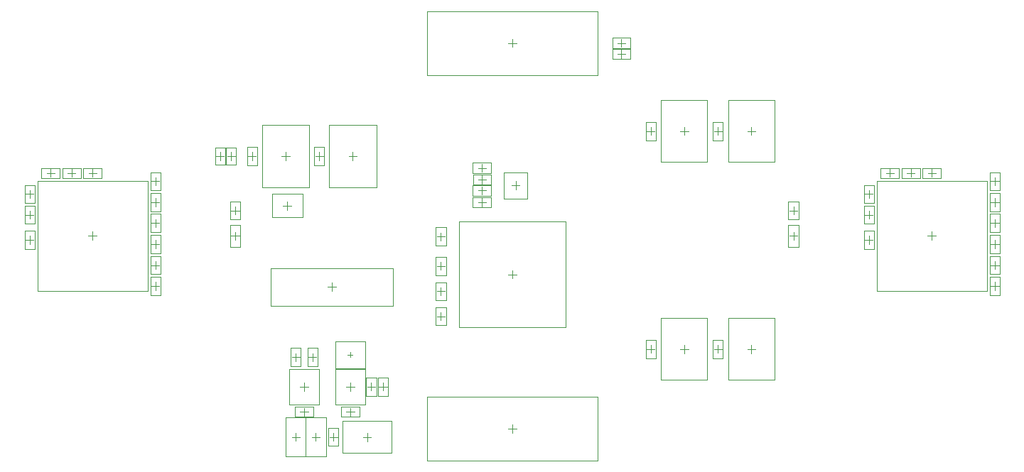
<source format=gbr>
G04 Layer_Color=32768*
%FSLAX44Y44*%
%MOMM*%
G71*
G01*
G75*
%ADD83C,0.1000*%
%ADD85C,0.0500*%
D83*
X775000Y140250D02*
Y149750D01*
X770250Y145000D02*
X779750D01*
X855000Y140250D02*
Y149750D01*
X850250Y145000D02*
X859750D01*
X855000Y400250D02*
Y409750D01*
X850250Y405000D02*
X859750D01*
X775000Y400250D02*
Y409750D01*
X770250Y405000D02*
X779750D01*
X1180250Y220000D02*
X1189750D01*
X1185000Y215250D02*
Y224750D01*
X1085000Y350250D02*
Y359750D01*
X1080250Y355000D02*
X1089750D01*
X1030250Y275000D02*
X1039750D01*
X1035000Y270250D02*
Y279750D01*
X1060000Y350250D02*
Y359750D01*
X1055250Y355000D02*
X1064750D01*
X1110000Y350250D02*
Y359750D01*
X1105250Y355000D02*
X1114750D01*
X1180250Y320000D02*
X1189750D01*
X1185000Y315250D02*
Y324750D01*
X1180250Y295000D02*
X1189750D01*
X1185000Y290250D02*
Y299750D01*
X1180250Y270000D02*
X1189750D01*
X1185000Y265250D02*
Y274750D01*
X180250Y220000D02*
X189750D01*
X185000Y215250D02*
Y224750D01*
X85000Y350250D02*
Y359750D01*
X80250Y355000D02*
X89750D01*
X30250Y275000D02*
X39750D01*
X35000Y270250D02*
Y279750D01*
X60000Y350250D02*
Y359750D01*
X55250Y355000D02*
X64750D01*
X110000Y350250D02*
Y359750D01*
X105250Y355000D02*
X114750D01*
X180250Y320000D02*
X189750D01*
X185000Y315250D02*
Y324750D01*
X180250Y295000D02*
X189750D01*
X185000Y290250D02*
Y299750D01*
X180250Y270000D02*
X189750D01*
X185000Y265250D02*
Y274750D01*
X574000Y356250D02*
Y365750D01*
X569250Y361000D02*
X578750D01*
X574000Y315250D02*
Y324750D01*
X569250Y320000D02*
X578750D01*
X574000Y329250D02*
Y338750D01*
X569250Y334000D02*
X578750D01*
X520250Y279000D02*
X529750D01*
X525000Y274250D02*
Y283750D01*
X520250Y244000D02*
X529750D01*
X525000Y239250D02*
Y248750D01*
X375250Y375000D02*
X384750D01*
X380000Y370250D02*
Y379750D01*
X295250Y375000D02*
X304750D01*
X300000Y370250D02*
Y379750D01*
X280000Y275250D02*
Y284750D01*
X275250Y280000D02*
X284750D01*
X945000Y275250D02*
Y284750D01*
X940250Y280000D02*
X949750D01*
X1180250Y345000D02*
X1189750D01*
X1185000Y340250D02*
Y349750D01*
X180250Y345000D02*
X189750D01*
X185000Y340250D02*
Y349750D01*
X574000Y342250D02*
Y351750D01*
X569250Y347000D02*
X578750D01*
X1030250Y330000D02*
X1039750D01*
X1035000Y325250D02*
Y334750D01*
X1030250Y305000D02*
X1039750D01*
X1035000Y300250D02*
Y309750D01*
X1180250Y245000D02*
X1189750D01*
X1185000Y240250D02*
Y249750D01*
X30250Y330000D02*
X39750D01*
X35000Y325250D02*
Y334750D01*
X30250Y305000D02*
X39750D01*
X35000Y300250D02*
Y309750D01*
X180250Y245000D02*
X189750D01*
X185000Y240250D02*
Y249750D01*
X520250Y214000D02*
X529750D01*
X525000Y209250D02*
Y218750D01*
X520250Y184000D02*
X529750D01*
X525000Y179250D02*
Y188750D01*
X337000Y316000D02*
X347000D01*
X342000Y311000D02*
Y321000D01*
X275250Y310000D02*
X284750D01*
X280000Y305250D02*
Y314750D01*
X940250Y310000D02*
X949750D01*
X945000Y305250D02*
Y314750D01*
X1110000Y275000D02*
Y285000D01*
X1105000Y280000D02*
X1115000D01*
X110000Y275000D02*
Y285000D01*
X105000Y280000D02*
X115000D01*
X610000Y229000D02*
Y239000D01*
X605000Y234000D02*
X615000D01*
X414000Y138000D02*
X420000D01*
X417000Y135000D02*
Y141000D01*
X362000Y65250D02*
Y74750D01*
X357250Y70000D02*
X366750D01*
X367250Y135000D02*
X376750D01*
X372000Y130250D02*
Y139750D01*
X347250Y135000D02*
X356750D01*
X352000Y130250D02*
Y139750D01*
X362000Y95000D02*
Y105000D01*
X357000Y100000D02*
X367000D01*
X437000Y35000D02*
Y45000D01*
X432000Y40000D02*
X442000D01*
X392250Y40000D02*
X401750D01*
X397000Y35250D02*
Y44750D01*
X417000Y65250D02*
Y74750D01*
X412250Y70000D02*
X421750D01*
X437250Y100000D02*
X446750D01*
X442000Y95250D02*
Y104750D01*
X451250Y100000D02*
X460750D01*
X456000Y95250D02*
Y104750D01*
X417000Y95000D02*
Y105000D01*
X412000Y100000D02*
X422000D01*
X371250Y40000D02*
X380750D01*
X376000Y35250D02*
Y44750D01*
X352000Y35250D02*
Y44750D01*
X347250Y40000D02*
X356750D01*
X605000Y510000D02*
X615000D01*
X610000Y505000D02*
Y515000D01*
X610000Y45000D02*
Y55000D01*
X605000Y50000D02*
X615000D01*
X395000Y214000D02*
Y224000D01*
X390000Y219000D02*
X400000D01*
X895001Y139996D02*
Y149996D01*
X890001Y144996D02*
X900001D01*
X810000Y145000D02*
X820000D01*
X815000Y140000D02*
Y150000D01*
X895000Y400000D02*
Y410000D01*
X890000Y405000D02*
X900000D01*
X810000D02*
X820000D01*
X815000Y400000D02*
Y410000D01*
X340000Y370000D02*
Y380000D01*
X335000Y375000D02*
X345000D01*
X415000D02*
X425000D01*
X420000Y370000D02*
Y380000D01*
X609000Y340000D02*
X619000D01*
X614000Y335000D02*
Y345000D01*
X735250Y497000D02*
X744750D01*
X740000Y492250D02*
Y501750D01*
X735250Y510000D02*
X744750D01*
X740000Y505250D02*
Y514750D01*
X262000Y370250D02*
Y379750D01*
X257250Y375000D02*
X266750D01*
X275000Y370250D02*
Y379750D01*
X270250Y375000D02*
X279750D01*
D85*
X769000Y134000D02*
X781000D01*
X769000Y156000D02*
X781000D01*
X769000Y134000D02*
Y156000D01*
X781000Y134000D02*
Y156000D01*
X849000Y134000D02*
X861000D01*
X849000Y156000D02*
X861000D01*
X849000Y134000D02*
Y156000D01*
X861000Y134000D02*
Y156000D01*
X849000Y394000D02*
X861000D01*
X849000Y416000D02*
X861000D01*
X849000Y394000D02*
Y416000D01*
X861000Y394000D02*
Y416000D01*
X769000Y394000D02*
X781000D01*
X769000Y416000D02*
X781000D01*
X769000Y394000D02*
Y416000D01*
X781000Y394000D02*
Y416000D01*
X1179000Y209000D02*
Y231000D01*
X1191000Y209000D02*
Y231000D01*
X1179000Y209000D02*
X1191000D01*
X1179000Y231000D02*
X1191000D01*
X1074000Y361000D02*
X1096000D01*
X1074000Y349000D02*
X1096000D01*
X1074000D02*
Y361000D01*
X1096000Y349000D02*
Y361000D01*
X1041000Y264000D02*
Y286000D01*
X1029000Y264000D02*
Y286000D01*
X1041000D01*
X1029000Y264000D02*
X1041000D01*
X1049000Y361000D02*
X1071000D01*
X1049000Y349000D02*
X1071000D01*
X1049000D02*
Y361000D01*
X1071000Y349000D02*
Y361000D01*
X1099000Y349000D02*
X1121000D01*
X1099000Y361000D02*
X1121000D01*
Y349000D02*
Y361000D01*
X1099000Y349000D02*
Y361000D01*
X1191000Y309000D02*
Y331000D01*
X1179000Y309000D02*
Y331000D01*
X1191000D01*
X1179000Y309000D02*
X1191000D01*
X1179000Y284000D02*
Y306000D01*
X1191000Y284000D02*
Y306000D01*
X1179000Y284000D02*
X1191000D01*
X1179000Y306000D02*
X1191000D01*
X1191000Y259000D02*
Y281000D01*
X1179000Y259000D02*
Y281000D01*
X1191000D01*
X1179000Y259000D02*
X1191000D01*
X179000Y209000D02*
Y231000D01*
X191000Y209000D02*
Y231000D01*
X179000Y209000D02*
X191000D01*
X179000Y231000D02*
X191000D01*
X74000Y361000D02*
X96000D01*
X74000Y349000D02*
X96000D01*
X74000D02*
Y361000D01*
X96000Y349000D02*
Y361000D01*
X41000Y264000D02*
Y286000D01*
X29000Y264000D02*
Y286000D01*
X41000D01*
X29000Y264000D02*
X41000D01*
X49000Y361000D02*
X71000D01*
X49000Y349000D02*
X71000D01*
X49000D02*
Y361000D01*
X71000Y349000D02*
Y361000D01*
X99000Y349000D02*
X121000D01*
X99000Y361000D02*
X121000D01*
Y349000D02*
Y361000D01*
X99000Y349000D02*
Y361000D01*
X191000Y309000D02*
Y331000D01*
X179000Y309000D02*
Y331000D01*
X191000D01*
X179000Y309000D02*
X191000D01*
X179000Y284000D02*
Y306000D01*
X191000Y284000D02*
Y306000D01*
X179000Y284000D02*
X191000D01*
X179000Y306000D02*
X191000D01*
X191000Y259000D02*
Y281000D01*
X179000Y259000D02*
Y281000D01*
X191000D01*
X179000Y259000D02*
X191000D01*
X563000Y367000D02*
X585000D01*
X563000Y355000D02*
X585000D01*
X563000D02*
Y367000D01*
X585000Y355000D02*
Y367000D01*
X563000Y326000D02*
X585000D01*
X563000Y314000D02*
X585000D01*
X563000D02*
Y326000D01*
X585000Y314000D02*
Y326000D01*
X563000Y340000D02*
X585000D01*
X563000Y328000D02*
X585000D01*
X563000D02*
Y340000D01*
X585000Y328000D02*
Y340000D01*
X519000Y268000D02*
Y290000D01*
X531000Y268000D02*
Y290000D01*
X519000Y268000D02*
X531000D01*
X519000Y290000D02*
X531000D01*
X519000Y233000D02*
Y255000D01*
X531000Y233000D02*
Y255000D01*
X519000Y233000D02*
X531000D01*
X519000Y255000D02*
X531000D01*
X386000Y364000D02*
Y386000D01*
X374000Y364000D02*
Y386000D01*
X386000D01*
X374000Y364000D02*
X386000D01*
X306000D02*
Y386000D01*
X294000Y364000D02*
Y386000D01*
X306000D01*
X294000Y364000D02*
X306000D01*
X274000Y267000D02*
X286000D01*
X274000Y293000D02*
X286000D01*
X274000Y267000D02*
Y293000D01*
X286000Y267000D02*
Y293000D01*
X939000Y267000D02*
X951000D01*
X939000Y293000D02*
X951000D01*
X939000Y267000D02*
Y293000D01*
X951000Y267000D02*
Y293000D01*
X1179000Y334500D02*
Y355500D01*
X1191000Y334500D02*
Y355500D01*
X1179000Y334500D02*
X1191000D01*
X1179000Y355500D02*
X1191000D01*
X179000Y334500D02*
Y355500D01*
X191000Y334500D02*
Y355500D01*
X179000Y334500D02*
X191000D01*
X179000Y355500D02*
X191000D01*
X563500Y341000D02*
X584500D01*
X563500Y353000D02*
X584500D01*
Y341000D02*
Y353000D01*
X563500Y341000D02*
Y353000D01*
X1041000Y319500D02*
Y340500D01*
X1029000Y319500D02*
Y340500D01*
X1041000D01*
X1029000Y319500D02*
X1041000D01*
Y294500D02*
Y315500D01*
X1029000Y294500D02*
Y315500D01*
X1041000D01*
X1029000Y294500D02*
X1041000D01*
X1179000Y234500D02*
Y255500D01*
X1191000Y234500D02*
Y255500D01*
X1179000Y234500D02*
X1191000D01*
X1179000Y255500D02*
X1191000D01*
X41000Y319500D02*
Y340500D01*
X29000Y319500D02*
Y340500D01*
X41000D01*
X29000Y319500D02*
X41000D01*
Y294500D02*
Y315500D01*
X29000Y294500D02*
Y315500D01*
X41000D01*
X29000Y294500D02*
X41000D01*
X179000Y234500D02*
Y255500D01*
X191000Y234500D02*
Y255500D01*
X179000Y234500D02*
X191000D01*
X179000Y255500D02*
X191000D01*
X531000Y203500D02*
Y224500D01*
X519000Y203500D02*
Y224500D01*
X531000D01*
X519000Y203500D02*
X531000D01*
X519000Y173500D02*
Y194500D01*
X531000Y173500D02*
Y194500D01*
X519000Y173500D02*
X531000D01*
X519000Y194500D02*
X531000D01*
X360000Y302000D02*
Y330000D01*
X324000Y302000D02*
Y330000D01*
X360000D01*
X324000Y302000D02*
X360000D01*
X286000Y299500D02*
Y320500D01*
X274000Y299500D02*
Y320500D01*
X286000D01*
X274000Y299500D02*
X286000D01*
X951000D02*
Y320500D01*
X939000Y299500D02*
Y320500D01*
X951000D01*
X939000Y299500D02*
X951000D01*
X1044250Y214250D02*
X1175750D01*
X1044250Y345750D02*
X1175750D01*
Y214250D02*
Y345750D01*
X1044250Y214250D02*
Y345750D01*
X44250Y214250D02*
X175750D01*
X44250Y345750D02*
X175750D01*
Y214250D02*
Y345750D01*
X44250Y214250D02*
Y345750D01*
X546750Y170750D02*
X673250D01*
X546750Y297250D02*
X673250D01*
Y170750D02*
Y297250D01*
X546750Y170750D02*
Y297250D01*
X399500Y122000D02*
Y154000D01*
X434500Y122000D02*
Y154000D01*
X399500D02*
X434500D01*
X399500Y122000D02*
X434500D01*
X351000Y64000D02*
X373000D01*
X351000Y76000D02*
X373000D01*
Y64000D02*
Y76000D01*
X351000Y64000D02*
Y76000D01*
X378000Y124000D02*
Y146000D01*
X366000Y124000D02*
Y146000D01*
X378000D01*
X366000Y124000D02*
X378000D01*
X358000D02*
Y146000D01*
X346000Y124000D02*
Y146000D01*
X358000D01*
X346000Y124000D02*
X358000D01*
X344500Y79000D02*
X379500D01*
X344500Y121000D02*
X379500D01*
X344500Y79000D02*
Y121000D01*
X379500Y79000D02*
Y121000D01*
X408000Y59000D02*
X466000D01*
X408000Y21000D02*
X466000D01*
X408000D02*
Y59000D01*
X466000Y21000D02*
Y59000D01*
X403000Y29500D02*
Y50500D01*
X391000Y29500D02*
Y50500D01*
X403000D01*
X391000Y29500D02*
X403000D01*
X406000Y64000D02*
X428000D01*
X406000Y76000D02*
X428000D01*
Y64000D02*
Y76000D01*
X406000Y64000D02*
Y76000D01*
X436000Y89000D02*
Y111000D01*
X448000Y89000D02*
Y111000D01*
X436000Y89000D02*
X448000D01*
X436000Y111000D02*
X448000D01*
X450000Y89000D02*
Y111000D01*
X462000Y89000D02*
Y111000D01*
X450000Y89000D02*
X462000D01*
X450000Y111000D02*
X462000D01*
X399500Y79000D02*
X434500D01*
X399500Y121000D02*
X434500D01*
X399500Y79000D02*
Y121000D01*
X434500Y79000D02*
Y121000D01*
X364000Y17000D02*
Y63000D01*
X388000Y17000D02*
Y63000D01*
X364000Y17000D02*
X388000D01*
X364000Y63000D02*
X388000D01*
X340000D02*
X364000D01*
X340000Y17000D02*
X364000D01*
Y63000D01*
X340000Y17000D02*
Y63000D01*
X711600Y471900D02*
Y548100D01*
X508400Y471900D02*
Y548100D01*
X711600D01*
X508400Y471900D02*
X711600D01*
X508400Y88100D02*
X711600D01*
X508400Y11900D02*
X711600D01*
Y88100D01*
X508400Y11900D02*
Y88100D01*
X322500Y196500D02*
X467500D01*
X322500Y241500D02*
X467500D01*
X322500Y196500D02*
Y241500D01*
X467500Y196500D02*
Y241500D01*
X867501Y107996D02*
X922501D01*
X867501Y181996D02*
X922501D01*
X867501Y107996D02*
Y181996D01*
X922501Y107996D02*
Y181996D01*
X842500Y108000D02*
Y182000D01*
X787500Y108000D02*
Y182000D01*
X842500D01*
X787500Y108000D02*
X842500D01*
X867500Y368000D02*
X922500D01*
X867500Y442000D02*
X922500D01*
X867500Y368000D02*
Y442000D01*
X922500Y368000D02*
Y442000D01*
X842500Y368000D02*
Y442000D01*
X787500Y368000D02*
Y442000D01*
X842500D01*
X787500Y368000D02*
X842500D01*
X312000Y337500D02*
X368000D01*
X312000Y412500D02*
X368000D01*
X312000Y337500D02*
Y412500D01*
X368000Y337500D02*
Y412500D01*
X448000Y337500D02*
Y412500D01*
X392000Y337500D02*
Y412500D01*
X448000D01*
X392000Y337500D02*
X448000D01*
X600250Y324250D02*
Y355750D01*
X627750Y324250D02*
Y355750D01*
X600250Y324250D02*
X627750D01*
X600250Y355750D02*
X627750D01*
X750500Y491000D02*
Y503000D01*
X729500Y491000D02*
Y503000D01*
Y491000D02*
X750500D01*
X729500Y503000D02*
X750500D01*
Y504000D02*
Y516000D01*
X729500Y504000D02*
Y516000D01*
Y504000D02*
X750500D01*
X729500Y516000D02*
X750500D01*
X256000Y364500D02*
X268000D01*
X256000Y385500D02*
X268000D01*
X256000Y364500D02*
Y385500D01*
X268000Y364500D02*
Y385500D01*
X269000Y364500D02*
X281000D01*
X269000Y385500D02*
X281000D01*
X269000Y364500D02*
Y385500D01*
X281000Y364500D02*
Y385500D01*
M02*

</source>
